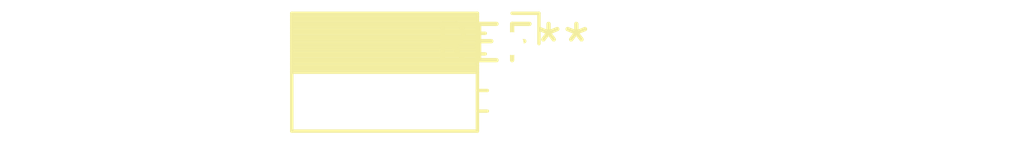
<source format=kicad_pcb>
(kicad_pcb (version 20240108) (generator pcbnew)
  (layers (0 "F.Cu" signal) (31 "B.Cu" signal) (34 "B.Paste" user) (35 "F.Paste" user) (36 "B.SilkS" user "B.Silkscreen") (37 "F.SilkS" user "F.Silkscreen") (38 "B.Mask" user) (39 "F.Mask" user) (44 "Edge.Cuts" user))
  (net 0 "")
  (footprint "PinSocket_1x02_P2.00mm_Horizontal" (layer "F.Cu") (at 0 0)
    (property "Reference" "REF**")
    (property "Value" "PinSocket_1x02_P2.00mm_Horizontal")
    (fp_line (start -7.68 -1.06) (end -7.68 3.06) (layer "F.SilkS") (stroke (width 0.12)))
    (fp_line (start -7.68 -1.06) (end -1.21 -1.06) (layer "F.SilkS") (stroke (width 0.12)))
    (fp_line (start -7.68 -0.94) (end -1.21 -0.94) (layer "F.SilkS") (stroke (width 0.12)))
    (fp_line (start -7.68 -0.825882) (end -1.21 -0.825882) (layer "F.SilkS") (stroke (width 0.12)))
    (fp_line (start -7.68 -0.711764) (end -1.21 -0.711764) (layer "F.SilkS") (stroke (width 0.12)))
    (fp_line (start -7.68 -0.597646) (end -1.21 -0.597646) (layer "F.SilkS") (stroke (width 0.12)))
    (fp_line (start -7.68 -0.483528) (end -1.21 -0.483528) (layer "F.SilkS") (stroke (width 0.12)))
    (fp_line (start -7.68 -0.36941) (end -1.21 -0.36941) (layer "F.SilkS") (stroke (width 0.12)))
    (fp_line (start -7.68 -0.255292) (end -1.21 -0.255292) (layer "F.SilkS") (stroke (width 0.12)))
    (fp_line (start -7.68 -0.141174) (end -1.21 -0.141174) (layer "F.SilkS") (stroke (width 0.12)))
    (fp_line (start -7.68 -0.027056) (end -1.21 -0.027056) (layer "F.SilkS") (stroke (width 0.12)))
    (fp_line (start -7.68 0.087062) (end -1.21 0.087062) (layer "F.SilkS") (stroke (width 0.12)))
    (fp_line (start -7.68 0.20118) (end -1.21 0.20118) (layer "F.SilkS") (stroke (width 0.12)))
    (fp_line (start -7.68 0.315298) (end -1.21 0.315298) (layer "F.SilkS") (stroke (width 0.12)))
    (fp_line (start -7.68 0.429416) (end -1.21 0.429416) (layer "F.SilkS") (stroke (width 0.12)))
    (fp_line (start -7.68 0.543534) (end -1.21 0.543534) (layer "F.SilkS") (stroke (width 0.12)))
    (fp_line (start -7.68 0.657652) (end -1.21 0.657652) (layer "F.SilkS") (stroke (width 0.12)))
    (fp_line (start -7.68 0.77177) (end -1.21 0.77177) (layer "F.SilkS") (stroke (width 0.12)))
    (fp_line (start -7.68 0.885888) (end -1.21 0.885888) (layer "F.SilkS") (stroke (width 0.12)))
    (fp_line (start -7.68 1) (end -1.21 1) (layer "F.SilkS") (stroke (width 0.12)))
    (fp_line (start -7.68 3.06) (end -1.21 3.06) (layer "F.SilkS") (stroke (width 0.12)))
    (fp_line (start -1.21 -1.06) (end -1.21 3.06) (layer "F.SilkS") (stroke (width 0.12)))
    (fp_line (start -1.21 -0.36) (end -0.935 -0.36) (layer "F.SilkS") (stroke (width 0.12)))
    (fp_line (start -1.21 0.36) (end -0.935 0.36) (layer "F.SilkS") (stroke (width 0.12)))
    (fp_line (start -1.21 1.64) (end -0.862917 1.64) (layer "F.SilkS") (stroke (width 0.12)))
    (fp_line (start -1.21 2.36) (end -0.862917 2.36) (layer "F.SilkS") (stroke (width 0.12)))
    (fp_line (start 0 -1.06) (end 0.935 -1.06) (layer "F.SilkS") (stroke (width 0.12)))
    (fp_line (start 0.935 -1.06) (end 0.935 0) (layer "F.SilkS") (stroke (width 0.12)))
    (pad "1" thru_hole rect (at 0 0) (size 1.35 1.35) (drill 0.8) (layers *.Cu *.Mask) (remove_unused_layers))
    (pad "2" thru_hole oval (at 0 2) (size 1.35 1.35) (drill 0.8) (layers *.Cu *.Mask) (remove_unused_layers))
  )
)
</source>
